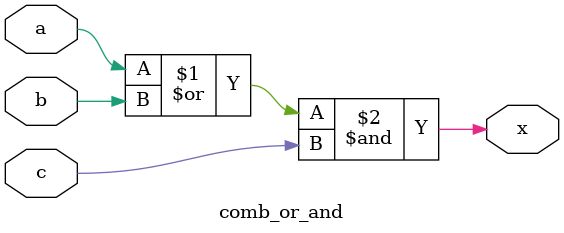
<source format=v>
`timescale 1ns / 1ps

module comb_or_and(
    input a, b, c,
    output x
    ); // can also change this formatting to another style, check lecture
    
    // wire temp;
    // assign temp = a |b;
    // assign x = temp & c;
    
    assign x = (a | b) & c; // method 2, method 1 is above
    // notes: speed grade is how fast the FPGA development board can operate
    // higher frequency will execute code faster
    // -1 could mean that the board is faster than its -2 and -3 variants
endmodule

</source>
